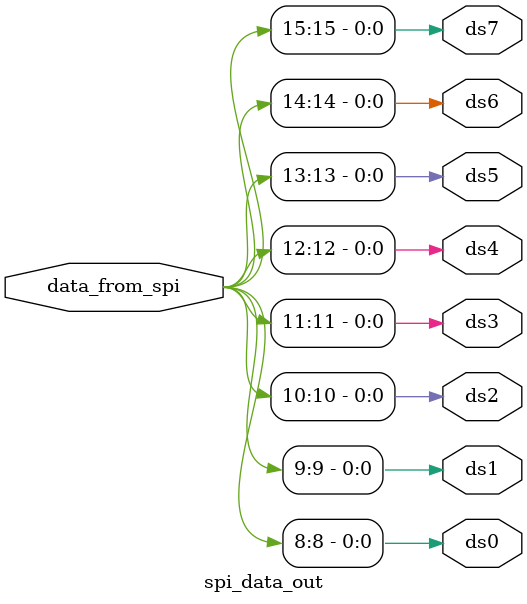
<source format=v>


module spi_data_out( data_from_spi,ds0, ds1,ds2,ds3,ds4,ds5,ds6,ds7 );
input [79:0] data_from_spi;
output ds0,ds1,ds2,ds3,ds4,ds5,ds6,ds7;

assign ds0 = data_from_spi[8];
assign ds1 = data_from_spi[9];
assign ds2 = data_from_spi[10];
assign ds3 = data_from_spi[11];
assign ds4 = data_from_spi[12];
assign ds5 = data_from_spi[13];
assign ds6 = data_from_spi[14];
assign ds7 = data_from_spi[15];

endmodule


</source>
